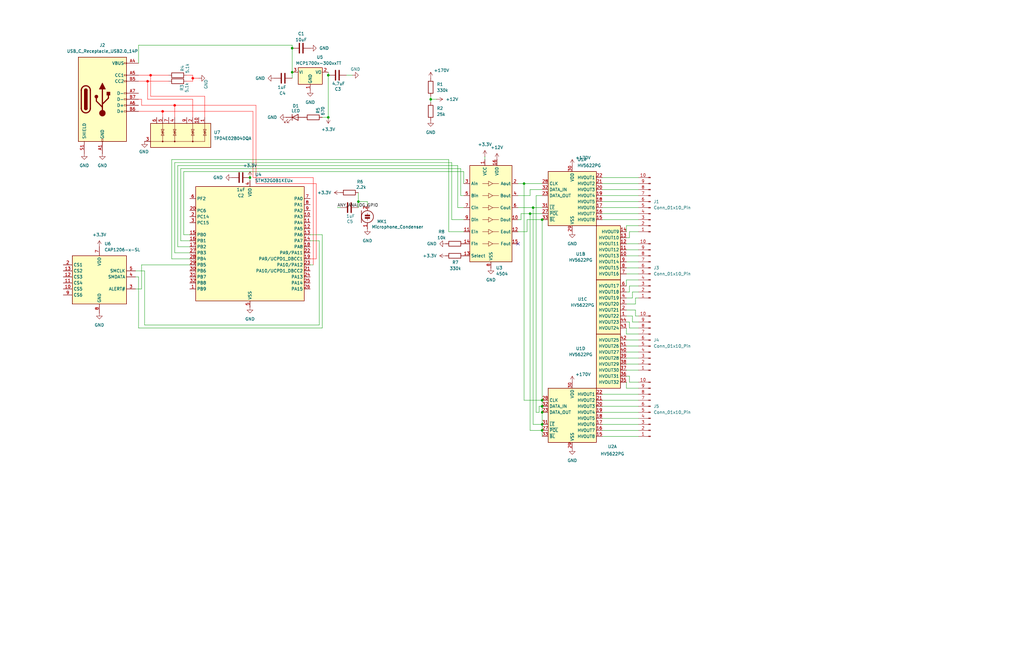
<source format=kicad_sch>
(kicad_sch (version 20250114) (generator "eeschema") (generator_version "9.0")
  (paper "B")
  (title_block (title "Nixie Controller") (rev "0"))
  (lib_symbols
    (symbol "4xxx:4504"
      (property "Reference" "U" (at -7.62 21.59 0))
      (property "Value" "4504" (at 6.35 21.59 0))
      (symbol "4504_0_1"
        (polyline (pts (xy -3.556 12.7) (xy -1.016 12.7)))
        (polyline (pts (xy -3.556 7.62) (xy -1.016 7.62)))
        (polyline (pts (xy -3.556 2.54) (xy -1.016 2.54)))
        (polyline (pts (xy -3.556 -2.54) (xy -1.016 -2.54)))
        (polyline (pts (xy -3.556 -7.62) (xy -1.016 -7.62)))
        (polyline (pts (xy -3.556 -12.7) (xy -1.016 -12.7)))
        (polyline (pts (xy 0.762 12.7) (xy 3.302 12.7)))
        (polyline (pts (xy 0.762 7.62) (xy 3.302 7.62)))
        (polyline (pts (xy 0.762 2.54) (xy 3.302 2.54)))
        (polyline (pts (xy 0.762 -2.54) (xy 3.302 -2.54)))
        (polyline (pts (xy 0.762 -7.62) (xy 3.302 -7.62)))
        (polyline (pts (xy 0.762 -12.7) (xy 3.302 -12.7)))
      )
      (symbol "4504_1_1"
        (rectangle (start -8.89 20.32) (end 8.89 -20.32) (stroke (width 0.254)) (fill (type background)))
        (polyline (pts (xy 0.762 12.7) (xy -1.016 11.684) (xy -1.016 13.716) (xy 0.762 12.7)))
        (polyline (pts (xy 0.762 7.62) (xy -1.016 6.604) (xy -1.016 8.636) (xy 0.762 7.62)))
        (polyline (pts (xy 0.762 2.54) (xy -1.016 1.524) (xy -1.016 3.556) (xy 0.762 2.54)))
        (polyline (pts (xy 0.762 -2.54) (xy -1.016 -3.556) (xy -1.016 -1.524) (xy 0.762 -2.54)))
        (polyline (pts (xy 0.762 -7.62) (xy -1.016 -8.636) (xy -1.016 -6.604) (xy 0.762 -7.62)))
        (polyline (pts (xy 0.762 -12.7) (xy -1.016 -13.716) (xy -1.016 -11.684) (xy 0.762 -12.7)))
        (pin input line (at -11.43 12.7 0) (length 2.54) (name "Ain") (number "3"))
        (pin input line (at -11.43 7.62 0) (length 2.54) (name "Bin") (number "5"))
        (pin input line (at -11.43 2.54 0) (length 2.54) (name "Cin") (number "7"))
        (pin input line (at -11.43 -2.54 0) (length 2.54) (name "Din") (number "9"))
        (pin input line (at -11.43 -7.62 0) (length 2.54) (name "Ein") (number "11"))
        (pin input line (at -11.43 -12.7 0) (length 2.54) (name "Fin") (number "14"))
        (pin input line (at -11.43 -17.78 0) (length 2.54) (name "Select") (number "13"))
        (pin power_in line (at -2.54 22.86 270) (length 2.54) (name "VCC") (number "1"))
        (pin power_in line (at 0 -22.86 90) (length 2.54) (name "VSS") (number "8"))
        (pin power_in line (at 2.54 22.86 270) (length 2.54) (name "VDD") (number "16"))
        (pin output line (at 11.43 12.7 180) (length 2.54) (name "Aout") (number "2"))
        (pin output line (at 11.43 7.62 180) (length 2.54) (name "Bout") (number "4"))
        (pin output line (at 11.43 2.54 180) (length 2.54) (name "Cout") (number "6"))
        (pin output line (at 11.43 -2.54 180) (length 2.54) (name "Dout") (number "10"))
        (pin output line (at 11.43 -7.62 180) (length 2.54) (name "Eout") (number "12"))
        (pin output line (at 11.43 -12.7 180) (length 2.54) (name "Fout") (number "15"))
      )
    )
    (symbol "Connector:Conn_01x10_Pin" (pin_names (offset 1.016) (hide yes))
      (property "Reference" "J" (at 0 12.7 0))
      (property "Value" "Conn_01x10_Pin" (at 0 -15.24 0))
      (symbol "Conn_01x10_Pin_1_1"
        (rectangle (start 0.8636 10.287) (end 0 10.033) (stroke (width 0.1524)) (fill (type outline)))
        (rectangle (start 0.8636 7.747) (end 0 7.493) (stroke (width 0.1524)) (fill (type outline)))
        (rectangle (start 0.8636 5.207) (end 0 4.953) (stroke (width 0.1524)) (fill (type outline)))
        (rectangle (start 0.8636 2.667) (end 0 2.413) (stroke (width 0.1524)) (fill (type outline)))
        (rectangle (start 0.8636 0.127) (end 0 -0.127) (stroke (width 0.1524)) (fill (type outline)))
        (rectangle (start 0.8636 -2.413) (end 0 -2.667) (stroke (width 0.1524)) (fill (type outline)))
        (rectangle (start 0.8636 -4.953) (end 0 -5.207) (stroke (width 0.1524)) (fill (type outline)))
        (rectangle (start 0.8636 -7.493) (end 0 -7.747) (stroke (width 0.1524)) (fill (type outline)))
        (rectangle (start 0.8636 -10.033) (end 0 -10.287) (stroke (width 0.1524)) (fill (type outline)))
        (rectangle (start 0.8636 -12.573) (end 0 -12.827) (stroke (width 0.1524)) (fill (type outline)))
        (polyline (pts (xy 1.27 10.16) (xy 0.8636 10.16)) (stroke (width 0.1524)))
        (polyline (pts (xy 1.27 7.62) (xy 0.8636 7.62)) (stroke (width 0.1524)))
        (polyline (pts (xy 1.27 5.08) (xy 0.8636 5.08)) (stroke (width 0.1524)))
        (polyline (pts (xy 1.27 2.54) (xy 0.8636 2.54)) (stroke (width 0.1524)))
        (polyline (pts (xy 1.27 0) (xy 0.8636 0)) (stroke (width 0.1524)))
        (polyline (pts (xy 1.27 -2.54) (xy 0.8636 -2.54)) (stroke (width 0.1524)))
        (polyline (pts (xy 1.27 -5.08) (xy 0.8636 -5.08)) (stroke (width 0.1524)))
        (polyline (pts (xy 1.27 -7.62) (xy 0.8636 -7.62)) (stroke (width 0.1524)))
        (polyline (pts (xy 1.27 -10.16) (xy 0.8636 -10.16)) (stroke (width 0.1524)))
        (polyline (pts (xy 1.27 -12.7) (xy 0.8636 -12.7)) (stroke (width 0.1524)))
        (pin passive line (at 5.08 10.16 180) (length 3.81) (name "Pin_1") (number "1"))
        (pin passive line (at 5.08 7.62 180) (length 3.81) (name "Pin_2") (number "2"))
        (pin passive line (at 5.08 5.08 180) (length 3.81) (name "Pin_3") (number "3"))
        (pin passive line (at 5.08 2.54 180) (length 3.81) (name "Pin_4") (number "4"))
        (pin passive line (at 5.08 0 180) (length 3.81) (name "Pin_5") (number "5"))
        (pin passive line (at 5.08 -2.54 180) (length 3.81) (name "Pin_6") (number "6"))
        (pin passive line (at 5.08 -5.08 180) (length 3.81) (name "Pin_7") (number "7"))
        (pin passive line (at 5.08 -7.62 180) (length 3.81) (name "Pin_8") (number "8"))
        (pin passive line (at 5.08 -10.16 180) (length 3.81) (name "Pin_9") (number "9"))
        (pin passive line (at 5.08 -12.7 180) (length 3.81) (name "Pin_10") (number "10"))
      )
    )
    (symbol "Connector:USB_C_Receptacle_USB2.0_14P" (pin_names (offset 1.016))
      (property "Reference" "J" (at 0 22.225 0))
      (property "Value" "USB_C_Receptacle_USB2.0_14P" (at 0 19.685 0))
      (symbol "USB_C_Receptacle_USB2.0_14P_0_0"
        (rectangle (start -0.254 -17.78) (end 0.254 -16.764))
        (rectangle (start 10.16 15.494) (end 9.144 14.986))
        (rectangle (start 10.16 10.414) (end 9.144 9.906))
        (rectangle (start 10.16 7.874) (end 9.144 7.366))
        (rectangle (start 10.16 2.794) (end 9.144 2.286))
        (rectangle (start 10.16 0.254) (end 9.144 -0.254))
        (rectangle (start 10.16 -2.286) (end 9.144 -2.794))
        (rectangle (start 10.16 -4.826) (end 9.144 -5.334))
      )
      (symbol "USB_C_Receptacle_USB2.0_14P_0_1"
        (rectangle (start -10.16 17.78) (end 10.16 -17.78) (stroke (width 0.254)) (fill (type background)))
        (polyline (pts (xy -8.89 -3.81) (xy -8.89 3.81)) (stroke (width 0.508)))
        (rectangle (start -7.62 -3.81) (end -6.35 3.81) (stroke (width 0.254)) (fill (type outline)))
        (arc (start -7.62 3.81) (mid -6.985 4.4423) (end -6.35 3.81) (stroke (width 0.254)))
        (arc (start -7.62 3.81) (mid -6.985 4.4423) (end -6.35 3.81) (stroke (width 0.254)) (fill (type outline)))
        (arc (start -8.89 3.81) (mid -6.985 5.7067) (end -5.08 3.81) (stroke (width 0.508)))
        (arc (start -5.08 -3.81) (mid -6.985 -5.7067) (end -8.89 -3.81) (stroke (width 0.508)))
        (arc (start -6.35 -3.81) (mid -6.985 -4.4423) (end -7.62 -3.81) (stroke (width 0.254)))
        (arc (start -6.35 -3.81) (mid -6.985 -4.4423) (end -7.62 -3.81) (stroke (width 0.254)) (fill (type outline)))
        (polyline (pts (xy -5.08 3.81) (xy -5.08 -3.81)) (stroke (width 0.508)))
        (circle (center -2.54 1.143) (radius 0.635) (stroke (width 0.254)) (fill (type outline)))
        (polyline (pts (xy -1.27 4.318) (xy 0 6.858) (xy 1.27 4.318) (xy -1.27 4.318)) (stroke (width 0.254)) (fill (type outline)))
        (polyline (pts (xy 0 -2.032) (xy 2.54 0.508) (xy 2.54 1.778)) (stroke (width 0.508)))
        (polyline (pts (xy 0 -3.302) (xy -2.54 -0.762) (xy -2.54 0.508)) (stroke (width 0.508)))
        (polyline (pts (xy 0 -5.842) (xy 0 4.318)) (stroke (width 0.508)))
        (circle (center 0 -5.842) (radius 1.27) (fill (type outline)))
        (rectangle (start 1.905 1.778) (end 3.175 3.048) (stroke (width 0.254)) (fill (type outline)))
      )
      (symbol "USB_C_Receptacle_USB2.0_14P_1_1"
        (pin passive line (at -7.62 -22.86 90) (length 5.08) (name "SHIELD") (number "S1"))
        (pin passive line (at 0 -22.86 90) (length 5.08) (name "GND") (number "A1"))
        (pin passive line (at 0 -22.86 90) (length 5.08) (hide yes) (name "GND") (number "A12"))
        (pin passive line (at 0 -22.86 90) (length 5.08) (hide yes) (name "GND") (number "B1"))
        (pin passive line (at 0 -22.86 90) (length 5.08) (hide yes) (name "GND") (number "B12"))
        (pin passive line (at 15.24 15.24 180) (length 5.08) (name "VBUS") (number "A4"))
        (pin passive line (at 15.24 15.24 180) (length 5.08) (hide yes) (name "VBUS") (number "A9"))
        (pin passive line (at 15.24 15.24 180) (length 5.08) (hide yes) (name "VBUS") (number "B4"))
        (pin passive line (at 15.24 15.24 180) (length 5.08) (hide yes) (name "VBUS") (number "B9"))
        (pin bidirectional line (at 15.24 10.16 180) (length 5.08) (name "CC1") (number "A5"))
        (pin bidirectional line (at 15.24 7.62 180) (length 5.08) (name "CC2") (number "B5"))
        (pin bidirectional line (at 15.24 2.54 180) (length 5.08) (name "D-") (number "A7"))
        (pin bidirectional line (at 15.24 0 180) (length 5.08) (name "D-") (number "B7"))
        (pin bidirectional line (at 15.24 -2.54 180) (length 5.08) (name "D+") (number "A6"))
        (pin bidirectional line (at 15.24 -5.08 180) (length 5.08) (name "D+") (number "B6"))
      )
    )
    (symbol "Device:C" (pin_numbers (hide yes)) (pin_names (offset 0.254))
      (property "Reference" "C" (at 0.635 2.54 0))
      (property "Value" "C" (at 0.635 -2.54 0))
      (symbol "C_0_1"
        (polyline (pts (xy -2.032 0.762) (xy 2.032 0.762)) (stroke (width 0.508)))
        (polyline (pts (xy -2.032 -0.762) (xy 2.032 -0.762)) (stroke (width 0.508)))
      )
      (symbol "C_1_1"
        (pin passive line (at 0 3.81 270) (length 2.794) (name "~") (number "1"))
        (pin passive line (at 0 -3.81 90) (length 2.794) (name "~") (number "2"))
      )
    )
    (symbol "Device:LED" (pin_numbers (hide yes)) (pin_names (offset 1.016) (hide yes))
      (property "Reference" "D" (at 0 2.54 0))
      (property "Value" "LED" (at 0 -2.54 0))
      (symbol "LED_0_1"
        (polyline (pts (xy -3.048 -0.762) (xy -4.572 -2.286) (xy -3.81 -2.286) (xy -4.572 -2.286) (xy -4.572 -1.524)))
        (polyline (pts (xy -1.778 -0.762) (xy -3.302 -2.286) (xy -2.54 -2.286) (xy -3.302 -2.286) (xy -3.302 -1.524)))
        (polyline (pts (xy -1.27 0) (xy 1.27 0)))
        (polyline (pts (xy -1.27 -1.27) (xy -1.27 1.27)) (stroke (width 0.254)))
        (polyline (pts (xy 1.27 -1.27) (xy 1.27 1.27) (xy -1.27 0) (xy 1.27 -1.27)) (stroke (width 0.254)))
      )
      (symbol "LED_1_1"
        (pin passive line (at -3.81 0 0) (length 2.54) (name "K") (number "1"))
        (pin passive line (at 3.81 0 180) (length 2.54) (name "A") (number "2"))
      )
    )
    (symbol "Device:Microphone_Condenser" (pin_names (offset 0.0254) (hide yes))
      (property "Reference" "MK" (at -3.302 1.27 0))
      (property "Value" "Microphone_Condenser" (at -3.302 -0.635 0))
      (symbol "Microphone_Condenser_0_1"
        (polyline (pts (xy -2.54 2.54) (xy -2.54 -2.54)) (stroke (width 0.254)))
        (polyline (pts (xy 0 0.762) (xy 0 1.524)))
        (circle (center 0 0) (radius 2.54) (stroke (width 0.254)))
        (polyline (pts (xy 0 -0.762) (xy 0 -1.524)))
        (polyline (pts (xy 0.254 3.81) (xy 0.762 3.81)))
        (polyline (pts (xy 0.508 4.064) (xy 0.508 3.556)))
        (rectangle (start 1.016 0.762) (end -1.016 0.254) (fill (type outline)))
        (rectangle (start 1.016 -0.254) (end -1.016 -0.762) (fill (type outline)))
      )
      (symbol "Microphone_Condenser_1_1"
        (pin passive line (at 0 5.08 270) (length 2.54) (name "+") (number "2"))
        (pin passive line (at 0 -5.08 90) (length 2.54) (name "-") (number "1"))
      )
    )
    (symbol "Device:R" (pin_numbers (hide yes)) (pin_names (offset 0))
      (property "Reference" "R" (at 2.032 0 90))
      (property "Value" "R" (at 0 0 90))
      (symbol "R_0_1"
        (rectangle (start -1.016 -2.54) (end 1.016 2.54) (stroke (width 0.254)))
      )
      (symbol "R_1_1"
        (pin passive line (at 0 3.81 270) (length 1.27) (name "~") (number "1"))
        (pin passive line (at 0 -3.81 90) (length 1.27) (name "~") (number "2"))
      )
    )
    (symbol "Driver_Display:HV5622PG"
      (property "Reference" "U" (at 1.524 14.732 0))
      (property "Value" "HV5622PG" (at 1.524 12.446 0))
      (symbol "HV5622PG_1_1"
        (rectangle (start -10.16 10.16) (end 10.16 -12.7) (stroke (width 0.254)) (fill (type background)))
        (pin input line (at -12.7 5.08 0) (length 2.54) (name "CLK") (number "28"))
        (pin input line (at -12.7 2.54 0) (length 2.54) (name "DATA_IN") (number "32"))
        (pin output line (at -12.7 0 0) (length 2.54) (name "DATA_OUT") (number "23"))
        (pin input line (at -12.7 -5.08 0) (length 2.54) (name "~{LE}") (number "31"))
        (pin input line (at -12.7 -7.62 0) (length 2.54) (name "~{POL}") (number "27"))
        (pin input line (at -12.7 -10.16 0) (length 2.54) (name "~{BL}") (number "33"))
        (pin no_connect line (at -10.16 7.62 0) (length 2.54) (hide yes) (name "NC") (number "34"))
        (pin no_connect line (at -10.16 -2.54 0) (length 2.54) (hide yes) (name "NC") (number "26"))
        (pin no_connect line (at -5.08 -12.7 90) (length 2.54) (hide yes) (name "NC") (number "25"))
        (pin no_connect line (at -2.54 -12.7 90) (length 2.54) (hide yes) (name "NC") (number "24"))
        (pin power_in line (at 0 12.7 270) (length 2.54) (name "VDD") (number "30"))
        (pin power_in line (at 0 -15.24 90) (length 2.54) (name "VSS") (number "29"))
        (pin open_collector line (at 12.7 7.62 180) (length 2.54) (name "HVOUT1") (number "22"))
        (pin open_collector line (at 12.7 5.08 180) (length 2.54) (name "HVOUT2") (number "21"))
        (pin open_collector line (at 12.7 2.54 180) (length 2.54) (name "HVOUT3") (number "20"))
        (pin open_collector line (at 12.7 0 180) (length 2.54) (name "HVOUT4") (number "19"))
        (pin open_collector line (at 12.7 -2.54 180) (length 2.54) (name "HVOUT5") (number "18"))
        (pin open_collector line (at 12.7 -5.08 180) (length 2.54) (name "HVOUT6") (number "17"))
        (pin open_collector line (at 12.7 -7.62 180) (length 2.54) (name "HVOUT7") (number "16"))
        (pin open_collector line (at 12.7 -10.16 180) (length 2.54) (name "HVOUT8") (number "15"))
      )
      (symbol "HV5622PG_2_1"
        (rectangle (start -5.08 10.16) (end 5.08 -12.7) (stroke (width 0.254)) (fill (type background)))
        (pin open_collector line (at 7.62 7.62 180) (length 2.54) (name "HVOUT9") (number "14"))
        (pin open_collector line (at 7.62 5.08 180) (length 2.54) (name "HVOUT10") (number "13"))
        (pin open_collector line (at 7.62 2.54 180) (length 2.54) (name "HVOUT11") (number "12"))
        (pin open_collector line (at 7.62 0 180) (length 2.54) (name "HVOUT12") (number "11"))
        (pin open_collector line (at 7.62 -2.54 180) (length 2.54) (name "HVOUT13") (number "10"))
        (pin open_collector line (at 7.62 -5.08 180) (length 2.54) (name "HVOUT14") (number "9"))
        (pin open_collector line (at 7.62 -7.62 180) (length 2.54) (name "HVOUT15") (number "8"))
        (pin open_collector line (at 7.62 -10.16 180) (length 2.54) (name "HVOUT16") (number "7"))
      )
      (symbol "HV5622PG_3_1"
        (rectangle (start -5.08 10.16) (end 5.08 -12.7) (stroke (width 0.254)) (fill (type background)))
        (pin open_collector line (at 7.62 7.62 180) (length 2.54) (name "HVOUT17") (number "6"))
        (pin open_collector line (at 7.62 5.08 180) (length 2.54) (name "HVOUT18") (number "5"))
        (pin open_collector line (at 7.62 2.54 180) (length 2.54) (name "HVOUT19") (number "4"))
        (pin open_collector line (at 7.62 0 180) (length 2.54) (name "HVOUT20") (number "3"))
        (pin open_collector line (at 7.62 -2.54 180) (length 2.54) (name "HVOUT21") (number "2"))
        (pin open_collector line (at 7.62 -5.08 180) (length 2.54) (name "HVOUT22") (number "1"))
        (pin open_collector line (at 7.62 -7.62 180) (length 2.54) (name "HVOUT23") (number "44"))
        (pin open_collector line (at 7.62 -10.16 180) (length 2.54) (name "HVOUT24") (number "43"))
      )
      (symbol "HV5622PG_4_1"
        (rectangle (start -5.08 10.16) (end 5.08 -12.7) (stroke (width 0.254)) (fill (type background)))
        (pin open_collector line (at 7.62 7.62 180) (length 2.54) (name "HVOUT25") (number "42"))
        (pin open_collector line (at 7.62 5.08 180) (length 2.54) (name "HVOUT26") (number "41"))
        (pin open_collector line (at 7.62 2.54 180) (length 2.54) (name "HVOUT27") (number "40"))
        (pin open_collector line (at 7.62 0 180) (length 2.54) (name "HVOUT28") (number "39"))
        (pin open_collector line (at 7.62 -2.54 180) (length 2.54) (name "HVOUT29") (number "38"))
        (pin open_collector line (at 7.62 -5.08 180) (length 2.54) (name "HVOUT30") (number "37"))
        (pin open_collector line (at 7.62 -7.62 180) (length 2.54) (name "HVOUT31") (number "36"))
        (pin open_collector line (at 7.62 -10.16 180) (length 2.54) (name "HVOUT32") (number "35"))
      )
    )
    (symbol "MCU_ST_STM32G0:STM32G0B1KEUx"
      (property "Reference" "U" (at -22.86 26.67 0))
      (property "Value" "STM32G0B1KEUx" (at 2.54 26.67 0))
      (symbol "STM32G0B1KEUx_0_1"
        (rectangle (start -22.86 -22.86) (end 22.86 25.4) (stroke (width 0.254)) (fill (type background)))
      )
      (symbol "STM32G0B1KEUx_1_1"
        (pin bidirectional line (at -25.4 20.32 0) (length 2.54) (name "PF2") (number "6"))
        (pin bidirectional line (at -25.4 15.24 0) (length 2.54) (name "PC6") (number "20"))
        (pin bidirectional line (at -25.4 12.7 0) (length 2.54) (name "PC14") (number "2"))
        (pin bidirectional line (at -25.4 10.16 0) (length 2.54) (name "PC15") (number "3"))
        (pin bidirectional line (at -25.4 5.08 0) (length 2.54) (name "PB0") (number "15"))
        (pin bidirectional line (at -25.4 2.54 0) (length 2.54) (name "PB1") (number "16"))
        (pin bidirectional line (at -25.4 0 0) (length 2.54) (name "PB2") (number "17"))
        (pin bidirectional line (at -25.4 -2.54 0) (length 2.54) (name "PB3") (number "27"))
        (pin bidirectional line (at -25.4 -5.08 0) (length 2.54) (name "PB4") (number "28"))
        (pin bidirectional line (at -25.4 -7.62 0) (length 2.54) (name "PB5") (number "29"))
        (pin bidirectional line (at -25.4 -10.16 0) (length 2.54) (name "PB6") (number "30"))
        (pin bidirectional line (at -25.4 -12.7 0) (length 2.54) (name "PB7") (number "31"))
        (pin bidirectional line (at -25.4 -15.24 0) (length 2.54) (name "PB8") (number "32"))
        (pin bidirectional line (at -25.4 -17.78 0) (length 2.54) (name "PB9") (number "1"))
        (pin power_in line (at 0 27.94 270) (length 2.54) (name "VDD") (number "4"))
        (pin passive line (at 0 -25.4 90) (length 2.54) (hide yes) (name "VSS") (number "33"))
        (pin power_in line (at 0 -25.4 90) (length 2.54) (name "VSS") (number "5"))
        (pin bidirectional line (at 25.4 20.32 180) (length 2.54) (name "PA0") (number "7"))
        (pin bidirectional line (at 25.4 17.78 180) (length 2.54) (name "PA1") (number "8"))
        (pin bidirectional line (at 25.4 15.24 180) (length 2.54) (name "PA2") (number "9"))
        (pin bidirectional line (at 25.4 12.7 180) (length 2.54) (name "PA3") (number "10"))
        (pin bidirectional line (at 25.4 10.16 180) (length 2.54) (name "PA4") (number "11"))
        (pin bidirectional line (at 25.4 7.62 180) (length 2.54) (name "PA5") (number "12"))
        (pin bidirectional line (at 25.4 5.08 180) (length 2.54) (name "PA6") (number "13"))
        (pin bidirectional line (at 25.4 2.54 180) (length 2.54) (name "PA7") (number "14"))
        (pin bidirectional line (at 25.4 0 180) (length 2.54) (name "PA8") (number "18"))
        (pin bidirectional line (at 25.4 -2.54 180) (length 2.54) (name "PA9/PA11") (number "22"))
        (pin bidirectional line (at 25.4 -5.08 180) (length 2.54) (name "PA9/UCPD1_DBCC1") (number "19"))
        (pin bidirectional line (at 25.4 -7.62 180) (length 2.54) (name "PA10/PA12") (number "23"))
        (pin bidirectional line (at 25.4 -10.16 180) (length 2.54) (name "PA10/UCPD1_DBCC2") (number "21"))
        (pin bidirectional line (at 25.4 -12.7 180) (length 2.54) (name "PA13") (number "24"))
        (pin bidirectional line (at 25.4 -15.24 180) (length 2.54) (name "PA14") (number "25"))
        (pin bidirectional line (at 25.4 -17.78 180) (length 2.54) (name "PA15") (number "26"))
      )
    )
    (symbol "Power_Protection:TPD4E02B04DQA" (pin_names (hide yes))
      (property "Reference" "U" (at 2.54 -11.43 0))
      (property "Value" "TPD4E02B04DQA" (at 7.62 1.905 0))
      (symbol "TPD4E02B04DQA_0_0"
        (pin passive line (at 2.54 -15.24 90) (length 2.54) (name "G") (number "3"))
      )
      (symbol "TPD4E02B04DQA_0_1"
        (rectangle (start -5.08 12.7) (end 5.08 -12.7) (stroke (width 0.254)) (fill (type background)))
        (polyline (pts (xy -5.08 10.16) (xy 2.54 10.16)))
        (polyline (pts (xy -5.08 5.08) (xy 2.54 5.08)))
        (polyline (pts (xy -5.08 -2.54) (xy 2.54 -2.54)))
        (polyline (pts (xy -5.08 -7.62) (xy 2.54 -7.62)))
        (polyline (pts (xy -1.27 10.16) (xy 0 9.525) (xy 0 10.795) (xy -1.27 10.16)))
        (polyline (pts (xy -1.27 5.08) (xy 0 4.445) (xy 0 5.715) (xy -1.27 5.08)))
        (polyline (pts (xy -1.27 -2.54) (xy 0 -3.175) (xy 0 -1.905) (xy -1.27 -2.54)))
        (polyline (pts (xy -1.27 -7.62) (xy 0 -8.255) (xy 0 -6.985) (xy -1.27 -7.62)))
        (polyline (pts (xy 2.54 10.16) (xy 2.54 -12.7)) (stroke (width 0.1524)))
        (circle (center 2.54 5.08) (radius 0.254) (fill (type outline)))
        (circle (center 2.54 -2.54) (radius 0.254) (fill (type outline)))
        (circle (center 2.54 -7.62) (radius 0.254) (fill (type outline)))
      )
      (symbol "TPD4E02B04DQA_1_1"
        (polyline (pts (xy -1.524 9.525) (xy -1.27 9.779) (xy -1.27 10.541) (xy -1.016 10.795)))
        (polyline (pts (xy -1.524 4.445) (xy -1.27 4.699) (xy -1.27 5.461) (xy -1.016 5.715)))
        (polyline (pts (xy -1.524 -3.175) (xy -1.27 -2.921) (xy -1.27 -2.159) (xy -1.016 -1.905)))
        (polyline (pts (xy -1.524 -8.255) (xy -1.27 -8.001) (xy -1.27 -7.239) (xy -1.016 -6.985)))
        (polyline (pts (xy -1.27 10.16) (xy -2.54 9.525) (xy -2.54 10.795) (xy -1.27 10.16)))
        (polyline (pts (xy -1.27 5.08) (xy -2.54 4.445) (xy -2.54 5.715) (xy -1.27 5.08)))
        (polyline (pts (xy -1.27 -2.54) (xy -2.54 -3.175) (xy -2.54 -1.905) (xy -1.27 -2.54)))
        (polyline (pts (xy -1.27 -7.62) (xy -2.54 -8.255) (xy -2.54 -6.985) (xy -1.27 -7.62)))
        (pin passive line (at -7.62 10.16 0) (length 2.54) (name "IO1") (number "1"))
        (pin free line (at -7.62 7.62 0) (length 2.54) (name "NC") (number "10"))
        (pin passive line (at -7.62 5.08 0) (length 2.54) (name "IO2") (number "2"))
        (pin free line (at -7.62 2.54 0) (length 2.54) (name "NC") (number "9"))
        (pin passive line (at -7.62 -2.54 0) (length 2.54) (name "IO3") (number "4"))
        (pin free line (at -7.62 -5.08 0) (length 2.54) (name "NC") (number "7"))
        (pin passive line (at -7.62 -7.62 0) (length 2.54) (name "IO4") (number "5"))
        (pin free line (at -7.62 -10.16 0) (length 2.54) (name "NC") (number "6"))
        (pin passive line (at 2.54 -15.24 90) (length 2.54) (hide yes) (name "G") (number "8"))
      )
    )
    (symbol "Regulator_Linear:MCP1700x-300xxTT" (pin_names (offset 0.254))
      (property "Reference" "U" (at -3.81 3.175 0))
      (property "Value" "MCP1700x-300xxTT" (at 0 3.175 0))
      (symbol "MCP1700x-300xxTT_0_1"
        (rectangle (start -5.08 1.905) (end 5.08 -5.08) (stroke (width 0.254)) (fill (type background)))
      )
      (symbol "MCP1700x-300xxTT_1_1"
        (pin power_in line (at -7.62 0 0) (length 2.54) (name "VI") (number "3"))
        (pin power_in line (at 0 -7.62 90) (length 2.54) (name "GND") (number "1"))
        (pin power_out line (at 7.62 0 180) (length 2.54) (name "VO") (number "2"))
      )
    )
    (symbol "Sensor_Touch:CAP1206-x-SL"
      (property "Reference" "U" (at -10.16 12.7 0))
      (property "Value" "CAP1206-x-SL" (at 8.89 12.7 0))
      (symbol "CAP1206-x-SL_0_1"
        (rectangle (start -11.43 11.43) (end 11.43 -8.89) (stroke (width 0.254)) (fill (type background)))
      )
      (symbol "CAP1206-x-SL_1_1"
        (pin passive line (at -15.24 7.62 0) (length 3.81) (name "CS1") (number "2"))
        (pin passive line (at -15.24 5.08 0) (length 3.81) (name "CS2") (number "13"))
        (pin passive line (at -15.24 2.54 0) (length 3.81) (name "CS3") (number "12"))
        (pin passive line (at -15.24 0 0) (length 3.81) (name "CS4") (number "11"))
        (pin passive line (at -15.24 -2.54 0) (length 3.81) (name "CS5") (number "10"))
        (pin passive line (at -15.24 -5.08 0) (length 3.81) (name "CS6") (number "9"))
        (pin power_in line (at 0 15.24 270) (length 3.81) (name "VDD") (number "7"))
        (pin power_in line (at 0 -12.7 90) (length 3.81) (name "GND") (number "8"))
        (pin input line (at 15.24 5.08 180) (length 3.81) (name "SMCLK") (number "5"))
        (pin bidirectional line (at 15.24 2.54 180) (length 3.81) (name "SMDATA") (number "4"))
        (pin open_collector line (at 15.24 -2.54 180) (length 3.81) (name "ALERT#") (number "3"))
      )
    )
    (symbol "power:+12V" (power) (pin_numbers (hide yes)) (pin_names (offset 0) (hide yes))
      (property "Value" "+12V" (at 0 3.556 0))
      (symbol "+12V_0_1"
        (polyline (pts (xy -0.762 1.27) (xy 0 2.54)))
        (polyline (pts (xy 0 2.54) (xy 0.762 1.27)))
        (polyline (pts (xy 0 0) (xy 0 2.54)))
      )
      (symbol "+12V_1_1"
        (pin power_in line (at 0 0 90) (length 0) (name "~") (number "1"))
      )
    )
    (symbol "power:+3.3V" (power) (pin_numbers (hide yes)) (pin_names (offset 0) (hide yes))
      (property "Value" "+3.3V" (at 0 3.556 0))
      (symbol "+3.3V_0_1"
        (polyline (pts (xy -0.762 1.27) (xy 0 2.54)))
        (polyline (pts (xy 0 2.54) (xy 0.762 1.27)))
        (polyline (pts (xy 0 0) (xy 0 2.54)))
      )
      (symbol "+3.3V_1_1"
        (pin power_in line (at 0 0 90) (length 0) (name "~") (number "1"))
      )
    )
    (symbol "power:+48V" (power) (pin_numbers (hide yes)) (pin_names (offset 0) (hide yes))
      (property "Value" "+48V" (at 0 3.556 0))
      (symbol "+48V_0_1"
        (polyline (pts (xy -0.762 1.27) (xy 0 2.54)))
        (polyline (pts (xy 0 2.54) (xy 0.762 1.27)))
        (polyline (pts (xy 0 0) (xy 0 2.54)))
      )
      (symbol "+48V_1_1"
        (pin power_in line (at 0 0 90) (length 0) (name "~") (number "1"))
      )
    )
    (symbol "power:GND" (power) (pin_numbers (hide yes)) (pin_names (offset 0) (hide yes))
      (property "Value" "GND" (at 0 -3.81 0))
      (symbol "GND_0_1"
        (polyline (pts (xy 0 0) (xy 0 -1.27) (xy 1.27 -1.27) (xy 0 -2.54) (xy -1.27 -1.27) (xy 0 -1.27)))
      )
      (symbol "GND_1_1"
        (pin power_in line (at 0 0 270) (length 0) (name "~") (number "1"))
      )
    )
  )
  (junction (at 63.5 31.75) (color 255 0 0 1))
  (junction (at 123.19 30.48))
  (junction (at 224.79 87.63))
  (junction (at 62.23 34.29) (color 255 0 0 1))
  (junction (at 123.19 20.32))
  (junction (at 138.43 49.53))
  (junction (at 228.6 179.07))
  (junction (at 228.6 92.71))
  (junction (at 138.43 31.75))
  (junction (at 223.52 90.17))
  (junction (at 220.98 77.47))
  (junction (at 73.66 44.45) (color 255 0 0 1))
  (junction (at 181.61 41.91))
  (junction (at 81.28 33.02) (color 255 0 0 1))
  (junction (at 105.41 74.93))
  (junction (at 68.58 46.99) (color 255 0 0 1))
  (junction (at 151.13 85.09))
  (junction (at 228.6 171.45))
  (junction (at 228.6 173.99))
  (junction (at 228.6 168.91))
  (junction (at 228.6 181.61))
  (no_connect (at 218.44 102.87))
  (wire (pts (xy 264.16 125.73) (xy 266.7 125.73)))
  (wire (pts (xy 264.16 95.25) (xy 269.24 95.25)))
  (wire (pts (xy 146.05 31.75) (xy 148.59 31.75)))
  (wire (pts (xy 264.16 118.11) (xy 269.24 118.11)))
  (wire (pts (xy 73.66 44.45) (xy 73.66 49.53)) (stroke (width 0) (color 255 0 0 1)))
  (wire (pts (xy 265.43 97.79) (xy 269.24 97.79)))
  (wire (pts (xy 58.42 41.91) (xy 59.69 41.91)) (stroke (width 0) (color 255 0 0 1)))
  (wire (pts (xy 59.69 44.45) (xy 73.66 44.45)) (stroke (width 0) (color 255 0 0 1)))
  (wire (pts (xy 226.06 82.55) (xy 226.06 173.99)))
  (wire (pts (xy 62.23 34.29) (xy 62.23 41.91)) (stroke (width 0) (color 255 0 0 1)))
  (wire (pts (xy 76.2 71.12) (xy 194.31 71.12)))
  (wire (pts (xy 58.42 138.43) (xy 135.89 138.43)))
  (wire (pts (xy 62.23 34.29) (xy 58.42 34.29)) (stroke (width 0) (color 255 0 0 1)))
  (wire (pts (xy 218.44 97.79) (xy 222.25 97.79)))
  (wire (pts (xy 58.42 46.99) (xy 68.58 46.99)) (stroke (width 0) (color 255 0 0 1)))
  (wire (pts (xy 134.62 101.6) (xy 134.62 137.16)))
  (wire (pts (xy 226.06 173.99) (xy 227.33 173.99)))
  (wire (pts (xy 63.5 31.75) (xy 63.5 40.64)) (stroke (width 0) (color 255 0 0 1)))
  (wire (pts (xy 106.68 74.93) (xy 132.08 74.93)) (stroke (width 0) (color 255 0 0 1)))
  (wire (pts (xy 228.6 181.61) (xy 223.52 181.61)))
  (wire (pts (xy 264.16 107.95) (xy 269.24 107.95)))
  (wire (pts (xy 222.25 92.71) (xy 228.6 92.71)))
  (wire (pts (xy 267.97 130.81) (xy 264.16 130.81)))
  (wire (pts (xy 59.69 121.92) (xy 59.69 111.76)))
  (wire (pts (xy 135.89 138.43) (xy 135.89 99.06)))
  (wire (pts (xy 264.16 163.83) (xy 269.24 163.83)))
  (wire (pts (xy 264.16 151.13) (xy 269.24 151.13)))
  (wire (pts (xy 224.79 87.63) (xy 224.79 179.07)))
  (wire (pts (xy 132.08 111.76) (xy 130.81 111.76)))
  (wire (pts (xy 181.61 41.91) (xy 181.61 43.18)))
  (wire (pts (xy 254 90.17) (xy 269.24 90.17)))
  (wire (pts (xy 265.43 138.43) (xy 265.43 135.89)))
  (wire (pts (xy 71.12 34.29) (xy 62.23 34.29)) (stroke (width 0) (color 255 0 0 1)))
  (wire (pts (xy 254 168.91) (xy 269.24 168.91)))
  (wire (pts (xy 193.04 69.85) (xy 193.04 87.63)))
  (wire (pts (xy 135.89 99.06) (xy 130.81 99.06)))
  (wire (pts (xy 254 166.37) (xy 269.24 166.37)))
  (wire (pts (xy 264.16 100.33) (xy 265.43 100.33)))
  (wire (pts (xy 218.44 77.47) (xy 220.98 77.47)))
  (wire (pts (xy 265.43 161.29) (xy 265.43 158.75)))
  (wire (pts (xy 80.01 99.06) (xy 77.47 99.06)))
  (wire (pts (xy 59.69 44.45) (xy 59.69 41.91)) (stroke (width 0) (color 255 0 0 1)))
  (wire (pts (xy 83.82 33.02) (xy 81.28 33.02)) (stroke (width 0) (color 255 0 0 1)))
  (wire (pts (xy 254 179.07) (xy 269.24 179.07)))
  (wire (pts (xy 134.62 137.16) (xy 60.96 137.16)))
  (wire (pts (xy 254 173.99) (xy 269.24 173.99)))
  (wire (pts (xy 80.01 101.6) (xy 76.2 101.6)))
  (wire (pts (xy 264.16 115.57) (xy 269.24 115.57)))
  (wire (pts (xy 264.16 128.27) (xy 267.97 128.27)))
  (wire (pts (xy 254 85.09) (xy 269.24 85.09)))
  (wire (pts (xy 81.28 34.29) (xy 81.28 33.02)) (stroke (width 0) (color 255 0 0 1)))
  (wire (pts (xy 228.6 168.91) (xy 220.98 168.91)))
  (wire (pts (xy 267.97 125.73) (xy 269.24 125.73)))
  (wire (pts (xy 266.7 135.89) (xy 269.24 135.89)))
  (wire (pts (xy 194.31 82.55) (xy 195.58 82.55)))
  (wire (pts (xy 267.97 133.35) (xy 267.97 130.81)))
  (wire (pts (xy 264.16 120.65) (xy 264.16 118.11)))
  (wire (pts (xy 223.52 80.01) (xy 228.6 80.01)))
  (wire (pts (xy 68.58 46.99) (xy 106.68 46.99)) (stroke (width 0) (color 255 0 0 1)))
  (wire (pts (xy 59.69 111.76) (xy 80.01 111.76)))
  (wire (pts (xy 73.66 106.68) (xy 73.66 68.58)))
  (wire (pts (xy 254 184.15) (xy 269.24 184.15)))
  (wire (pts (xy 135.89 49.53) (xy 138.43 49.53)))
  (wire (pts (xy 254 92.71) (xy 269.24 92.71)))
  (wire (pts (xy 264.16 143.51) (xy 269.24 143.51)))
  (wire (pts (xy 106.68 46.99) (xy 106.68 74.93)) (stroke (width 0) (color 255 0 0 1)))
  (wire (pts (xy 133.35 109.22) (xy 130.81 109.22)) (stroke (width 0) (color 255 0 0 1)))
  (wire (pts (xy 189.23 67.31) (xy 189.23 97.79)))
  (wire (pts (xy 68.58 46.99) (xy 68.58 49.53)) (stroke (width 0) (color 255 0 0 1)))
  (wire (pts (xy 151.13 85.09) (xy 151.13 87.63)))
  (wire (pts (xy 228.6 179.07) (xy 228.6 181.61)))
  (wire (pts (xy 264.16 102.87) (xy 269.24 102.87)))
  (wire (pts (xy 226.06 82.55) (xy 228.6 82.55)))
  (wire (pts (xy 107.95 44.45) (xy 107.95 77.47)) (stroke (width 0) (color 255 0 0 1)))
  (wire (pts (xy 184.15 41.91) (xy 181.61 41.91)))
  (wire (pts (xy 81.28 33.02) (xy 81.28 31.75)) (stroke (width 0) (color 255 0 0 1)))
  (wire (pts (xy 81.28 34.29) (xy 78.74 34.29)) (stroke (width 0) (color 255 0 0 1)))
  (wire (pts (xy 63.5 31.75) (xy 58.42 31.75)) (stroke (width 0) (color 255 0 0 1)))
  (wire (pts (xy 227.33 173.99) (xy 227.33 171.45)))
  (wire (pts (xy 80.01 109.22) (xy 72.39 109.22)))
  (wire (pts (xy 264.16 105.41) (xy 269.24 105.41)))
  (wire (pts (xy 218.44 87.63) (xy 224.79 87.63)))
  (wire (pts (xy 266.7 125.73) (xy 266.7 123.19)))
  (wire (pts (xy 58.42 19.05) (xy 58.42 26.67)))
  (wire (pts (xy 190.5 68.58) (xy 190.5 92.71)))
  (wire (pts (xy 71.12 31.75) (xy 63.5 31.75)) (stroke (width 0) (color 255 0 0 1)))
  (wire (pts (xy 227.33 171.45) (xy 228.6 171.45)))
  (wire (pts (xy 58.42 116.84) (xy 58.42 138.43)))
  (wire (pts (xy 105.41 76.2) (xy 105.41 74.93)))
  (wire (pts (xy 228.6 92.71) (xy 228.6 168.91)))
  (wire (pts (xy 266.7 133.35) (xy 264.16 133.35)))
  (wire (pts (xy 265.43 138.43) (xy 269.24 138.43)))
  (wire (pts (xy 264.16 110.49) (xy 269.24 110.49)))
  (wire (pts (xy 254 74.93) (xy 269.24 74.93)))
  (wire (pts (xy 123.19 30.48) (xy 123.19 33.02)))
  (wire (pts (xy 254 87.63) (xy 269.24 87.63)))
  (wire (pts (xy 189.23 97.79) (xy 195.58 97.79)))
  (wire (pts (xy 223.52 82.55) (xy 223.52 80.01)))
  (wire (pts (xy 80.01 106.68) (xy 73.66 106.68)))
  (wire (pts (xy 194.31 71.12) (xy 194.31 82.55)))
  (wire (pts (xy 60.96 114.3) (xy 57.15 114.3)))
  (wire (pts (xy 254 82.55) (xy 269.24 82.55)))
  (wire (pts (xy 222.25 92.71) (xy 222.25 97.79)))
  (wire (pts (xy 190.5 92.71) (xy 195.58 92.71)))
  (wire (pts (xy 265.43 123.19) (xy 265.43 120.65)))
  (wire (pts (xy 195.58 72.39) (xy 195.58 77.47)))
  (wire (pts (xy 224.79 87.63) (xy 228.6 87.63)))
  (wire (pts (xy 264.16 97.79) (xy 264.16 95.25)))
  (wire (pts (xy 77.47 99.06) (xy 77.47 72.39)))
  (wire (pts (xy 57.15 121.92) (xy 59.69 121.92)))
  (wire (pts (xy 264.16 140.97) (xy 269.24 140.97)))
  (wire (pts (xy 266.7 123.19) (xy 269.24 123.19)))
  (wire (pts (xy 60.96 137.16) (xy 60.96 114.3)))
  (wire (pts (xy 254 181.61) (xy 269.24 181.61)))
  (wire (pts (xy 81.28 49.53) (xy 81.28 41.91)) (stroke (width 0) (color 255 0 0 1)))
  (wire (pts (xy 154.94 86.36) (xy 154.94 85.09)))
  (wire (pts (xy 228.6 171.45) (xy 228.6 173.99)))
  (wire (pts (xy 81.28 31.75) (xy 78.74 31.75)) (stroke (width 0) (color 255 0 0 1)))
  (wire (pts (xy 264.16 148.59) (xy 269.24 148.59)))
  (wire (pts (xy 264.16 156.21) (xy 269.24 156.21)))
  (wire (pts (xy 254 171.45) (xy 269.24 171.45)))
  (wire (pts (xy 265.43 161.29) (xy 269.24 161.29)))
  (wire (pts (xy 219.71 90.17) (xy 223.52 90.17)))
  (wire (pts (xy 228.6 173.99) (xy 228.6 179.07)))
  (wire (pts (xy 265.43 158.75) (xy 264.16 158.75)))
  (wire (pts (xy 143.51 87.63) (xy 142.24 87.63)))
  (wire (pts (xy 228.6 179.07) (xy 224.79 179.07)))
  (wire (pts (xy 220.98 77.47) (xy 220.98 168.91)))
  (wire (pts (xy 132.08 74.93) (xy 132.08 111.76)) (stroke (width 0) (color 255 0 0 1)))
  (wire (pts (xy 254 176.53) (xy 269.24 176.53)))
  (wire (pts (xy 123.19 19.05) (xy 123.19 20.32)))
  (wire (pts (xy 80.01 104.14) (xy 74.93 104.14)))
  (wire (pts (xy 220.98 77.47) (xy 228.6 77.47)))
  (wire (pts (xy 267.97 133.35) (xy 269.24 133.35)))
  (wire (pts (xy 264.16 146.05) (xy 269.24 146.05)))
  (wire (pts (xy 204.47 66.04) (xy 204.47 67.31)))
  (wire (pts (xy 219.71 92.71) (xy 219.71 90.17)))
  (wire (pts (xy 264.16 113.03) (xy 269.24 113.03)))
  (wire (pts (xy 267.97 128.27) (xy 267.97 125.73)))
  (wire (pts (xy 86.36 49.53) (xy 86.36 40.64)) (stroke (width 0) (color 255 0 0 1)))
  (wire (pts (xy 72.39 67.31) (xy 189.23 67.31)))
  (wire (pts (xy 81.28 41.91) (xy 62.23 41.91)) (stroke (width 0) (color 255 0 0 1)))
  (wire (pts (xy 73.66 68.58) (xy 190.5 68.58)))
  (wire (pts (xy 193.04 87.63) (xy 195.58 87.63)))
  (wire (pts (xy 133.35 77.47) (xy 133.35 109.22)) (stroke (width 0) (color 255 0 0 1)))
  (wire (pts (xy 138.43 31.75) (xy 138.43 49.53)))
  (wire (pts (xy 264.16 140.97) (xy 264.16 138.43)))
  (wire (pts (xy 57.15 116.84) (xy 58.42 116.84)))
  (wire (pts (xy 254 80.01) (xy 269.24 80.01)))
  (wire (pts (xy 72.39 109.22) (xy 72.39 67.31)))
  (wire (pts (xy 74.93 69.85) (xy 193.04 69.85)))
  (wire (pts (xy 265.43 135.89) (xy 264.16 135.89)))
  (wire (pts (xy 223.52 181.61) (xy 223.52 90.17)))
  (wire (pts (xy 218.44 82.55) (xy 223.52 82.55)))
  (wire (pts (xy 123.19 19.05) (xy 58.42 19.05)))
  (wire (pts (xy 130.81 101.6) (xy 134.62 101.6)))
  (wire (pts (xy 265.43 120.65) (xy 269.24 120.65)))
  (wire (pts (xy 73.66 44.45) (xy 107.95 44.45)) (stroke (width 0) (color 255 0 0 1)))
  (wire (pts (xy 181.61 40.64) (xy 181.61 41.91)))
  (wire (pts (xy 74.93 104.14) (xy 74.93 69.85)))
  (wire (pts (xy 86.36 40.64) (xy 63.5 40.64)) (stroke (width 0) (color 255 0 0 1)))
  (wire (pts (xy 264.16 123.19) (xy 265.43 123.19)))
  (wire (pts (xy 265.43 100.33) (xy 265.43 97.79)))
  (wire (pts (xy 76.2 101.6) (xy 76.2 71.12)))
  (wire (pts (xy 223.52 90.17) (xy 228.6 90.17)))
  (wire (pts (xy 77.47 72.39) (xy 195.58 72.39)))
  (wire (pts (xy 123.19 20.32) (xy 123.19 30.48)))
  (wire (pts (xy 266.7 135.89) (xy 266.7 133.35)))
  (wire (pts (xy 107.95 77.47) (xy 133.35 77.47)) (stroke (width 0) (color 255 0 0 1)))
  (wire (pts (xy 151.13 81.28) (xy 151.13 85.09)))
  (wire (pts (xy 218.44 92.71) (xy 219.71 92.71)))
  (wire (pts (xy 264.16 163.83) (xy 264.16 161.29)))
  (wire (pts (xy 154.94 85.09) (xy 151.13 85.09)))
  (wire (pts (xy 228.6 168.91) (xy 228.6 171.45)))
  (wire (pts (xy 138.43 30.48) (xy 138.43 31.75)))
  (wire (pts (xy 228.6 181.61) (xy 228.6 184.15)))
  (wire (pts (xy 264.16 153.67) (xy 269.24 153.67)))
  (wire (pts (xy 254 77.47) (xy 269.24 77.47)))
  (label "ANY_ANALOG_GPIO" (at 142.24 87.63 0))
  (symbol (lib_id "power:GND") (at 60.96 59.69 0) (unit 1)
    (property "Reference" "#PWR016" (effects (hide yes)))
    (property "Value" "GND" (at 62.738 64.008 0) (effects (justify right)))
    (property "Description" "Power symbol creates a global label with name \"GND\" , ground" (effects (hide yes)))
  )
  (symbol (lib_id "power:GND") (at 187.96 102.87 270) (unit 1)
    (property "Reference" "#PWR029" (effects (hide yes)))
    (property "Value" "GND" (at 184.15 102.8699 90) (effects (justify right)))
    (property "Description" "Power symbol creates a global label with name \"GND\" , ground" (effects (hide yes)))
  )
  (symbol (lib_id "power:GND") (at 41.91 132.08 0) (unit 1)
    (property "Reference" "#PWR018" (effects (hide yes)))
    (property "Value" "GND" (at 41.91 137.16 0))
    (property "Description" "Power symbol creates a global label with name \"GND\" , ground" (effects (hide yes)))
  )
  (symbol (lib_id "Device:R") (at 132.08 49.53 90) (unit 1)
    (property "Reference" "R5" (at 134.112 48.006 0) (effects (justify left)))
    (property "Value" "670" (at 136.144 48.768 0) (effects (justify left)))
    (property "Description" "Resistor" (effects (hide yes)))
  )
  (symbol (lib_id "MCU_ST_STM32G0:STM32G0B1KEUx") (at 105.41 104.14 0) (unit 1)
    (property "Reference" "U4" (at 107.5533 73.66 0) (effects (justify left)))
    (property "Value" "STM32G0B1KEUx" (at 107.5533 76.2 0) (effects (justify left)))
    (property "Footprint" "Package_DFN_QFN:QFN-32-1EP_5x5mm_P0.5mm_EP3.45x3.45mm" (effects (hide yes)))
    (property "Datasheet" "https://www.st.com/resource/en/datasheet/stm32g0b1ke.pdf" (effects (hide yes)))
    (property "Description" "STMicroelectronics Arm Cortex-M0+ MCU, 512KB flash, 144KB RAM, 64 MHz, 1.7-3.6V, 30 GPIO, UFQFPN32" (effects (hide yes)))
  )
  (symbol (lib_id "power:+3.3V") (at 204.47 66.04 0) (unit 1)
    (property "Reference" "#PWR023" (effects (hide yes)))
    (property "Value" "+3.3V" (at 204.47 60.96 0))
    (property "Description" "Power symbol creates a global label with name \"+3.3V\"" (effects (hide yes)))
  )
  (symbol (lib_id "Connector:Conn_01x10_Pin") (at 274.32 87.63 180) (unit 1)
    (property "Reference" "J1" (at 275.59 85.0899 0) (effects (justify right)))
    (property "Value" "Conn_01x10_Pin" (at 275.59 87.6299 0) (effects (justify right)))
    (property "Description" "Generic connector, single row, 01x10, script generated" (effects (hide yes)))
  )
  (symbol (lib_id "Device:C") (at 119.38 33.02 270) (unit 1)
    (property "Reference" "C4" (at 119.126 39.37 90))
    (property "Value" "1uF" (at 118.872 36.83 90))
    (property "Description" "Unpolarized capacitor" (effects (hide yes)))
  )
  (symbol (lib_id "Device:Microphone_Condenser") (at 154.94 91.44 0) (unit 1)
    (property "Reference" "MK1" (at 159.004 93.472 0) (effects (justify left)))
    (property "Value" "Microphone_Condenser" (at 156.718 95.758 0) (effects (justify left)))
    (property "Description" "Condenser microphone" (effects (hide yes)))
  )
  (symbol (lib_id "Device:C") (at 147.32 87.63 90) (unit 1)
    (property "Reference" "C5" (at 147.574 93.472 90))
    (property "Value" "1uF" (at 147.828 91.186 90))
    (property "Description" "Unpolarized capacitor" (effects (hide yes)))
  )
  (symbol (lib_id "Device:C") (at 101.6 74.93 270) (unit 1)
    (property "Reference" "C2" (at 101.6 82.55 90))
    (property "Value" "1uF" (at 101.6 80.01 90))
    (property "Description" "Unpolarized capacitor" (effects (hide yes)))
  )
  (symbol (lib_id "Device:C") (at 142.24 31.75 90) (unit 1)
    (property "Reference" "C3" (at 142.494 37.592 90))
    (property "Value" "4.7uF" (at 142.748 35.306 90))
    (property "Description" "Unpolarized capacitor" (effects (hide yes)))
  )
  (symbol (lib_id "Driver_Display:HV5622PG") (at 241.3 173.99 0) (unit 1)
    (property "Reference" "U2" (at 256.286 188.468 0) (effects (justify left)))
    (property "Value" "HV5622PG" (at 253.238 191.516 0) (effects (justify left)))
    (property "Footprint" "Package_QFP:PQFP-44_10x10mm_P0.8mm" (effects (hide yes)))
    (property "Datasheet" "https://ww1.microchip.com/downloads/aemDocuments/documents/OTH/ProductDocuments/DataSheets/20005854A.pdf" (effects (hide yes)))
    (property "Description" "32-Channel, Serial to Parallel Converter w/ Open Drain Outputs, PQFP-44" (effects (hide yes)))
  )
  (symbol (lib_id "Device:R") (at 74.93 34.29 90) (unit 1)
    (property "Reference" "R3" (at 76.708 38.354 0) (effects (justify left)))
    (property "Value" "5.1k" (at 78.74 39.116 0) (effects (justify left)))
    (property "Description" "Resistor" (effects (hide yes)))
  )
  (symbol (lib_id "Device:LED") (at 124.46 49.53 0) (unit 1)
    (property "Reference" "D1" (at 124.714 44.704 0))
    (property "Value" "LED" (at 124.714 46.736 0))
    (property "Description" "Light emitting diode" (effects (hide yes)))
    (property "Sim.Pins" "1=K 2=A" (effects (hide yes)))
  )
  (symbol (lib_id "Driver_Display:HV5622PG") (at 256.54 151.13 0) (unit 4)
    (property "Reference" "U1" (at 244.856 147.066 0))
    (property "Value" "HV5622PG" (at 244.856 149.606 0))
    (property "Footprint" "Package_QFP:PQFP-44_10x10mm_P0.8mm" (effects (hide yes)))
    (property "Datasheet" "https://ww1.microchip.com/downloads/aemDocuments/documents/OTH/ProductDocuments/DataSheets/20005854A.pdf" (effects (hide yes)))
    (property "Description" "32-Channel, Serial to Parallel Converter w/ Open Drain Outputs, PQFP-44" (effects (hide yes)))
  )
  (symbol (lib_id "power:GND") (at 120.65 49.53 270) (unit 1)
    (property "Reference" "#PWR02" (effects (hide yes)))
    (property "Value" "GND" (at 116.84 49.5301 90) (effects (justify right)))
    (property "Description" "Power symbol creates a global label with name \"GND\" , ground" (effects (hide yes)))
  )
  (symbol (lib_id "Device:R") (at 74.93 31.75 90) (unit 1)
    (property "Reference" "R4" (at 76.962 30.226 0) (effects (justify left)))
    (property "Value" "5.1k" (at 78.994 30.988 0) (effects (justify left)))
    (property "Description" "Resistor" (effects (hide yes)))
  )
  (symbol (lib_id "power:GND") (at 241.3 189.23 0) (unit 1)
    (property "Reference" "#PWR06" (effects (hide yes)))
    (property "Value" "GND" (at 241.3 194.31 0))
    (property "Description" "Power symbol creates a global label with name \"GND\" , ground" (effects (hide yes)))
  )
  (symbol (lib_id "power:GND") (at 154.94 96.52 0) (unit 1)
    (property "Reference" "#PWR017" (effects (hide yes)))
    (property "Value" "GND" (at 154.94 101.6 0))
    (property "Description" "Power symbol creates a global label with name \"GND\" , ground" (effects (hide yes)))
  )
  (symbol (lib_id "Driver_Display:HV5622PG") (at 241.3 82.55 0) (unit 1)
    (property "Reference" "U1" (at 243.4433 67.31 0) (effects (justify left)))
    (property "Value" "HV5622PG" (at 243.4433 69.85 0) (effects (justify left)))
    (property "Footprint" "Package_QFP:PQFP-44_10x10mm_P0.8mm" (effects (hide yes)))
    (property "Datasheet" "https://ww1.microchip.com/downloads/aemDocuments/documents/OTH/ProductDocuments/DataSheets/20005854A.pdf" (effects (hide yes)))
    (property "Description" "32-Channel, Serial to Parallel Converter w/ Open Drain Outputs, PQFP-44" (effects (hide yes)))
  )
  (symbol (lib_id "Connector:Conn_01x10_Pin") (at 274.32 146.05 180) (unit 1)
    (property "Reference" "J4" (at 275.59 143.5099 0) (effects (justify right)))
    (property "Value" "Conn_01x10_Pin" (at 275.59 146.0499 0) (effects (justify right)))
    (property "Description" "Generic connector, single row, 01x10, script generated" (effects (hide yes)))
  )
  (symbol (lib_id "Driver_Display:HV5622PG") (at 256.54 105.41 0) (unit 2)
    (property "Reference" "U1" (at 244.856 107.188 0))
    (property "Value" "HV5622PG" (at 244.856 109.728 0))
    (property "Footprint" "Package_QFP:PQFP-44_10x10mm_P0.8mm" (effects (hide yes)))
    (property "Datasheet" "https://ww1.microchip.com/downloads/aemDocuments/documents/OTH/ProductDocuments/DataSheets/20005854A.pdf" (effects (hide yes)))
    (property "Description" "32-Channel, Serial to Parallel Converter w/ Open Drain Outputs, PQFP-44" (effects (hide yes)))
  )
  (symbol (lib_id "power:GND") (at 97.79 74.93 270) (unit 1)
    (property "Reference" "#PWR011" (effects (hide yes)))
    (property "Value" "GND" (at 93.98 74.9301 90) (effects (justify right)))
    (property "Description" "Power symbol creates a global label with name \"GND\" , ground" (effects (hide yes)))
  )
  (symbol (lib_id "power:+48V") (at 241.3 161.29 0) (unit 1)
    (property "Reference" "#PWR026" (effects (hide yes)))
    (property "Value" "+170V" (at 245.872 157.988 0))
    (property "Description" "Power symbol creates a global label with name \"+48V\"" (effects (hide yes)))
  )
  (symbol (lib_id "power:GND") (at 43.18 64.77 0) (unit 1)
    (property "Reference" "#PWR09" (effects (hide yes)))
    (property "Value" "GND" (at 43.18 69.85 0))
    (property "Description" "Power symbol creates a global label with name \"GND\" , ground" (effects (hide yes)))
  )
  (symbol (lib_id "power:+48V") (at 241.3 69.85 0) (unit 1)
    (property "Reference" "#PWR025" (effects (hide yes)))
    (property "Value" "+170V" (at 245.872 66.548 0))
    (property "Description" "Power symbol creates a global label with name \"+48V\"" (effects (hide yes)))
  )
  (symbol (lib_id "Device:R") (at 181.61 36.83 0) (unit 1)
    (property "Reference" "R1" (at 184.15 35.5599 0) (effects (justify left)))
    (property "Value" "330k" (at 184.15 38.0999 0) (effects (justify left)))
    (property "Description" "Resistor" (effects (hide yes)))
  )
  (symbol (lib_id "power:GND") (at 83.82 33.02 90) (unit 1)
    (property "Reference" "#PWR014" (effects (hide yes)))
    (property "Value" "GND" (at 86.868 35.56 0))
    (property "Description" "Power symbol creates a global label with name \"GND\" , ground" (effects (hide yes)))
  )
  (symbol (lib_id "power:+12V") (at 209.55 67.31 0) (unit 1)
    (property "Reference" "#PWR027" (effects (hide yes)))
    (property "Value" "+12V" (at 209.55 62.23 0))
    (property "Description" "Power symbol creates a global label with name \"+12V\"" (effects (hide yes)))
  )
  (symbol (lib_id "Connector:Conn_01x10_Pin") (at 274.32 173.99 180) (unit 1)
    (property "Reference" "J5" (at 275.59 171.4499 0) (effects (justify right)))
    (property "Value" "Conn_01x10_Pin" (at 275.59 173.9899 0) (effects (justify right)))
    (property "Description" "Generic connector, single row, 01x10, script generated" (effects (hide yes)))
  )
  (symbol (lib_id "power:+3.3V") (at 143.51 81.28 90) (unit 1)
    (property "Reference" "#PWR021" (effects (hide yes)))
    (property "Value" "+3.3V" (at 139.7 81.2799 90) (effects (justify left)))
    (property "Description" "Power symbol creates a global label with name \"+3.3V\"" (effects (hide yes)))
  )
  (symbol (lib_id "power:GND") (at 35.56 64.77 0) (unit 1)
    (property "Reference" "#PWR015" (effects (hide yes)))
    (property "Value" "GND" (at 35.56 69.85 0))
    (property "Description" "Power symbol creates a global label with name \"GND\" , ground" (effects (hide yes)))
  )
  (symbol (lib_id "power:GND") (at 207.01 113.03 0) (unit 1)
    (property "Reference" "#PWR04" (effects (hide yes)))
    (property "Value" "GND" (at 207.01 118.11 0))
    (property "Description" "Power symbol creates a global label with name \"GND\" , ground" (effects (hide yes)))
  )
  (symbol (lib_id "Device:R") (at 191.77 107.95 90) (unit 1)
    (property "Reference" "R7" (at 192.024 110.744 90))
    (property "Value" "330k" (at 192.024 113.284 90))
    (property "Description" "Resistor" (effects (hide yes)))
  )
  (symbol (lib_id "Connector:USB_C_Receptacle_USB2.0_14P") (at 43.18 41.91 0) (unit 1)
    (property "Reference" "J2" (at 43.18 19.05 0))
    (property "Value" "USB_C_Receptacle_USB2.0_14P" (at 43.18 21.59 0))
    (property "Datasheet" "https://www.usb.org/sites/default/files/documents/usb_type-c.zip" (effects (hide yes)))
    (property "Description" "USB 2.0-only 14P Type-C Receptacle connector" (effects (hide yes)))
  )
  (symbol (lib_id "power:GND") (at 115.57 33.02 270) (unit 1)
    (property "Reference" "#PWR013" (effects (hide yes)))
    (property "Value" "GND" (at 111.76 33.0201 90) (effects (justify right)))
    (property "Description" "Power symbol creates a global label with name \"GND\" , ground" (effects (hide yes)))
  )
  (symbol (lib_id "power:GND") (at 130.81 38.1 0) (unit 1)
    (property "Reference" "#PWR012" (effects (hide yes)))
    (property "Value" "GND" (at 130.81 43.18 0))
    (property "Description" "Power symbol creates a global label with name \"GND\" , ground" (effects (hide yes)))
  )
  (symbol (lib_id "Regulator_Linear:MCP1700x-300xxTT") (at 130.81 30.48 0) (unit 1)
    (property "Reference" "U5" (at 134.874 24.13 0))
    (property "Value" "MCP1700x-300xxTT" (at 134.366 26.67 0))
    (property "Footprint" "Package_TO_SOT_SMD:SOT-23" (effects (hide yes)))
    (property "Datasheet" "http://ww1.microchip.com/downloads/en/DeviceDoc/20001826D.pdf" (effects (hide yes)))
    (property "Description" "250mA Low Quiscent Current LDO, 3.0V output, SOT-23" (effects (hide yes)))
  )
  (symbol (lib_id "Driver_Display:HV5622PG") (at 256.54 128.27 0) (unit 3)
    (property "Reference" "U1" (at 245.618 126.238 0))
    (property "Value" "HV5622PG" (at 245.618 128.778 0))
    (property "Footprint" "Package_QFP:PQFP-44_10x10mm_P0.8mm" (effects (hide yes)))
    (property "Datasheet" "https://ww1.microchip.com/downloads/aemDocuments/documents/OTH/ProductDocuments/DataSheets/20005854A.pdf" (effects (hide yes)))
    (property "Description" "32-Channel, Serial to Parallel Converter w/ Open Drain Outputs, PQFP-44" (effects (hide yes)))
  )
  (symbol (lib_id "power:GND") (at 130.81 20.32 90) (unit 1)
    (property "Reference" "#PWR010" (effects (hide yes)))
    (property "Value" "GND" (at 134.62 20.3199 90) (effects (justify right)))
    (property "Description" "Power symbol creates a global label with name \"GND\" , ground" (effects (hide yes)))
  )
  (symbol (lib_id "power:+3.3V") (at 105.41 74.93 0) (unit 1)
    (property "Reference" "#PWR020" (effects (hide yes)))
    (property "Value" "+3.3V" (at 105.41 69.85 0))
    (property "Description" "Power symbol creates a global label with name \"+3.3V\"" (effects (hide yes)))
  )
  (symbol (lib_id "power:+3.3V") (at 187.96 107.95 90) (unit 1)
    (property "Reference" "#PWR024" (effects (hide yes)))
    (property "Value" "+3.3V" (at 184.15 107.9499 90) (effects (justify left)))
    (property "Description" "Power symbol creates a global label with name \"+3.3V\"" (effects (hide yes)))
  )
  (symbol (lib_id "power:GND") (at 241.3 97.79 0) (unit 1)
    (property "Reference" "#PWR07" (effects (hide yes)))
    (property "Value" "GND" (at 241.3 102.87 0))
    (property "Description" "Power symbol creates a global label with name \"GND\" , ground" (effects (hide yes)))
  )
  (symbol (lib_id "Device:R") (at 191.77 102.87 90) (unit 1)
    (property "Reference" "R8" (at 186.182 97.79 90))
    (property "Value" "10k" (at 186.182 100.33 90))
    (property "Description" "Resistor" (effects (hide yes)))
  )
  (symbol (lib_id "Sensor_Touch:CAP1206-x-SL") (at 41.91 119.38 0) (unit 1)
    (property "Reference" "U6" (at 44.0533 102.87 0) (effects (justify left)))
    (property "Value" "CAP1206-x-SL" (at 44.0533 105.41 0) (effects (justify left)))
    (property "Footprint" "Package_SO:SOIC-14_3.9x8.7mm_P1.27mm" (effects (hide yes)))
    (property "Datasheet" "http://ww1.microchip.com/downloads/en/DeviceDoc/00001567B.pdf" (effects (hide yes)))
    (property "Description" "6-Channel Capacitive Touch Sensor, SOIC-14" (effects (hide yes)))
  )
  (symbol (lib_id "Device:C") (at 127 20.32 90) (unit 1)
    (property "Reference" "C1" (at 127 14.224 90))
    (property "Value" "10uF" (at 127 16.764 90))
    (property "Description" "Unpolarized capacitor" (effects (hide yes)))
  )
  (symbol (lib_id "power:+48V") (at 181.61 33.02 0) (unit 1)
    (property "Reference" "#PWR01" (effects (hide yes)))
    (property "Value" "+170V" (at 186.182 29.718 0))
    (property "Description" "Power symbol creates a global label with name \"+48V\"" (effects (hide yes)))
  )
  (symbol (lib_id "power:+3.3V") (at 138.43 49.53 180) (unit 1)
    (property "Reference" "#PWR019" (effects (hide yes)))
    (property "Value" "+3.3V" (at 138.43 54.61 0))
    (property "Description" "Power symbol creates a global label with name \"+3.3V\"" (effects (hide yes)))
  )
  (symbol (lib_id "Device:R") (at 181.61 46.99 0) (unit 1)
    (property "Reference" "R2" (at 184.15 45.7199 0) (effects (justify left)))
    (property "Value" "25k" (at 184.15 48.2599 0) (effects (justify left)))
    (property "Description" "Resistor" (effects (hide yes)))
  )
  (symbol (lib_id "Connector:Conn_01x10_Pin") (at 274.32 115.57 180) (unit 1)
    (property "Reference" "J3" (at 275.59 113.0299 0) (effects (justify right)))
    (property "Value" "Conn_01x10_Pin" (at 275.59 115.5699 0) (effects (justify right)))
    (property "Description" "Generic connector, single row, 01x10, script generated" (effects (hide yes)))
  )
  (symbol (lib_id "Power_Protection:TPD4E02B04DQA") (at 76.2 57.15 270) (unit 1)
    (property "Reference" "U7" (at 90.17 55.8799 90) (effects (justify left)))
    (property "Value" "TPD4E02B04DQA" (at 90.17 58.4199 90) (effects (justify left)))
    (property "Footprint" "Package_SON:USON-10_2.5x1.0mm_P0.5mm" (effects (hide yes)))
    (property "Datasheet" "http://www.ti.com/lit/ds/symlink/tpd4e02b04.pdf" (effects (hide yes)))
    (property "Description" "4-Channel ESD Protection Diode for USB Type-C and HDMI 2.0, USON-10" (effects (hide yes)))
  )
  (symbol (lib_id "power:+12V") (at 184.15 41.91 270) (unit 1)
    (property "Reference" "#PWR028" (effects (hide yes)))
    (property "Value" "+12V" (at 187.96 41.9099 90) (effects (justify left)))
    (property "Description" "Power symbol creates a global label with name \"+12V\"" (effects (hide yes)))
  )
  (symbol (lib_id "power:+3.3V") (at 41.91 104.14 0) (unit 1)
    (property "Reference" "#PWR022" (effects (hide yes)))
    (property "Value" "+3.3V" (at 41.91 99.06 0))
    (property "Description" "Power symbol creates a global label with name \"+3.3V\"" (effects (hide yes)))
  )
  (symbol (lib_id "power:GND") (at 181.61 50.8 0) (unit 1)
    (property "Reference" "#PWR03" (effects (hide yes)))
    (property "Value" "GND" (at 181.61 55.88 0))
    (property "Description" "Power symbol creates a global label with name \"GND\" , ground" (effects (hide yes)))
  )
  (symbol (lib_id "power:GND") (at 148.59 31.75 90) (unit 1)
    (property "Reference" "#PWR08" (effects (hide yes)))
    (property "Value" "GND" (at 147.828 29.21 90) (effects (justify right)))
    (property "Description" "Power symbol creates a global label with name \"GND\" , ground" (effects (hide yes)))
  )
  (symbol (lib_id "Device:R") (at 147.32 81.28 90) (unit 1)
    (property "Reference" "R6" (at 153.162 76.708 90) (effects (justify left)))
    (property "Value" "2.2k" (at 154.432 78.994 90) (effects (justify left)))
    (property "Description" "Resistor" (effects (hide yes)))
  )
  (symbol (lib_id "power:GND") (at 105.41 129.54 0) (unit 1)
    (property "Reference" "#PWR05" (effects (hide yes)))
    (property "Value" "GND" (at 105.41 134.62 0))
    (property "Description" "Power symbol creates a global label with name \"GND\" , ground" (effects (hide yes)))
  )
  (symbol (lib_id "4xxx:4504") (at 207.01 90.17 0) (unit 1)
    (property "Reference" "U3" (at 209.1533 113.03 0) (effects (justify left)))
    (property "Value" "4504" (at 209.1533 115.57 0) (effects (justify left)))
    (property "Datasheet" "http://www.ti.com/lit/ds/symlink/cd4504b.pdf" (effects (hide yes)))
    (property "Description" "CMOS Hex Voltage-Level Shifter for TTL-to-CMOS or CMOS-to-CMOS, DIP-16/SOIC-16/TSSOP-16" (effects (hide yes)))
  )
)
</source>
